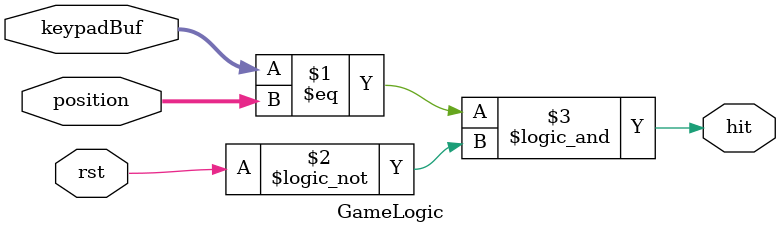
<source format=v>
module GameLogic(rst, keypadBuf, position, hit);

input rst;
input [3:0] position; // restricted in 1~9
input [3:0] keypadBuf;

output hit;

assign hit = (keypadBuf == position) && !rst;

endmodule //GameLogic
</source>
